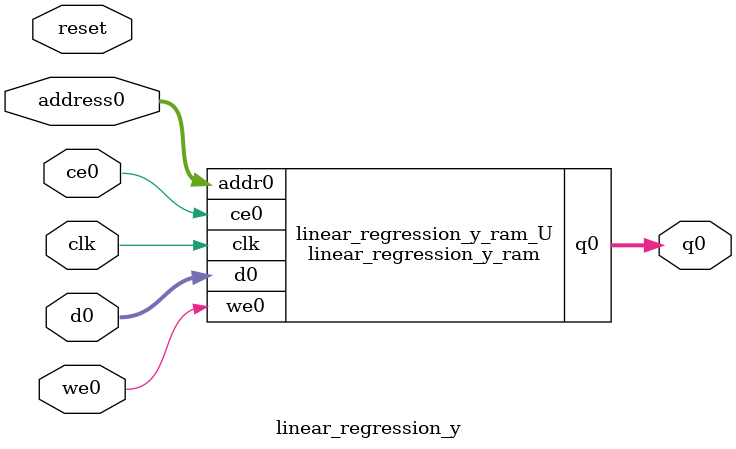
<source format=v>
`timescale 1 ns / 1 ps
module linear_regression_y_ram (addr0, ce0, d0, we0, q0,  clk);

parameter DWIDTH = 32;
parameter AWIDTH = 7;
parameter MEM_SIZE = 97;

input[AWIDTH-1:0] addr0;
input ce0;
input[DWIDTH-1:0] d0;
input we0;
output reg[DWIDTH-1:0] q0;
input clk;

(* ram_style = "block" *)reg [DWIDTH-1:0] ram[0:MEM_SIZE-1];




always @(posedge clk)  
begin 
    if (ce0) 
    begin
        if (we0) 
        begin 
            ram[addr0] <= d0; 
        end 
        q0 <= ram[addr0];
    end
end


endmodule

`timescale 1 ns / 1 ps
module linear_regression_y(
    reset,
    clk,
    address0,
    ce0,
    we0,
    d0,
    q0);

parameter DataWidth = 32'd32;
parameter AddressRange = 32'd97;
parameter AddressWidth = 32'd7;
input reset;
input clk;
input[AddressWidth - 1:0] address0;
input ce0;
input we0;
input[DataWidth - 1:0] d0;
output[DataWidth - 1:0] q0;



linear_regression_y_ram linear_regression_y_ram_U(
    .clk( clk ),
    .addr0( address0 ),
    .ce0( ce0 ),
    .we0( we0 ),
    .d0( d0 ),
    .q0( q0 ));

endmodule


</source>
